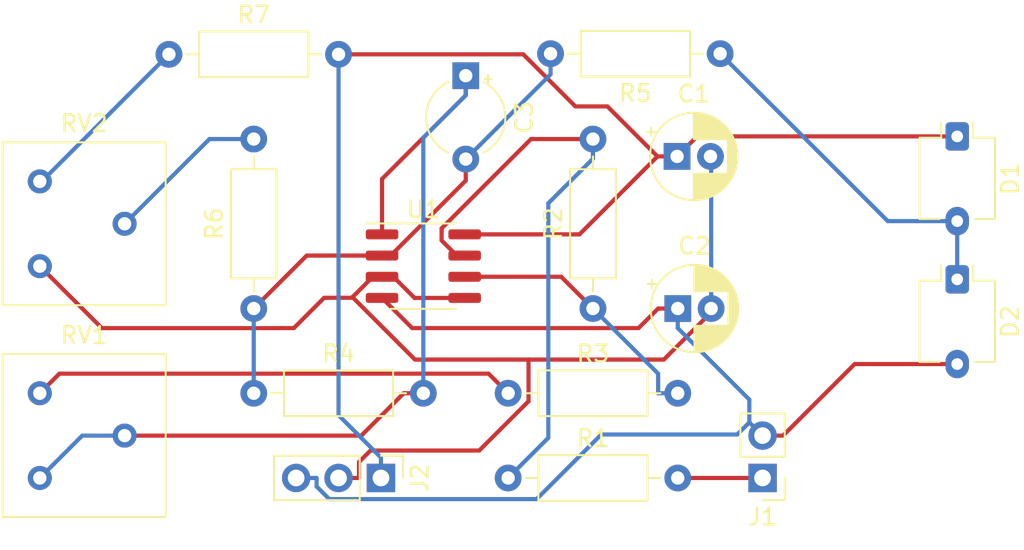
<source format=kicad_pcb>
(kicad_pcb (version 20211014) (generator pcbnew)
  (title_block (title "FringeLocker") (date "2023-02-10") (rev "0.1"))
  (layers (0 "F.Cu" signal) (31 "B.Cu" signal) (34 "B.Paste" user) (35 "F.Paste" user) (36 "B.SilkS" user "B.Silkscreen") (37 "F.SilkS" user "F.Silkscreen") (38 "B.Mask" user) (39 "F.Mask" user) (44 "Edge.Cuts" user))
  (net 0 "")
  (net 1 "Net-(R1-Pad1)")
  (net 2 "Net-(J1-Pad1)")
  (net 3 "Net-(R2-Pad1)")
  (net 4 "Net-(R3-Pad1)")
  (net 5 "Net-(C3-Pad2)")
  (net 6 "Net-(C3-Pad1)")
  (net 7 "Net-(R5-Pad1)")
  (net 8 "Net-(R6-Pad2)")
  (net 9 "Net-(R7-Pad1)")
  (net 10 "+15V")
  (net 11 "GND")
  (net 12 "-15V")
  (footprint "Connector_PinHeader_2.54mm:PinHeader_1x02_P2.54mm_Vertical" (layer "F.Cu") (at 167.64 121.92 180)
    (fp_text reference "J1" (at 0 -2.33 180) (layer "F.SilkS"))
    (fp_text value "OUT")
    (fp_line (start -1.33 1.27) (end 1.33 1.27) (layer "F.SilkS") (width 0.12))
    (fp_line (start 1.33 1.27) (end 1.33 3.87) (layer "F.SilkS") (width 0.12))
    (fp_line (start -1.33 3.87) (end 1.33 3.87) (layer "F.SilkS") (width 0.12))
    (fp_line (start -1.33 -1.33) (end 0 -1.33) (layer "F.SilkS") (width 0.12))
    (fp_line (start -1.33 0) (end -1.33 -1.33) (layer "F.SilkS") (width 0.12))
    (fp_line (start -1.33 1.27) (end -1.33 3.87) (layer "F.SilkS") (width 0.12))
    (pad "1" thru_hole rect (at 0 0 180) (size 1.7 1.7) (drill 1) (layers *.Cu *.Mask) (net 2 "Net-(J1-Pad1)"))
    (pad "2" thru_hole oval (at 0 2.54 180) (size 1.7 1.7) (drill 1) (layers *.Cu *.Mask) (net 12 "-15V"))
  )
  (footprint "Capacitor_THT:CP_Radial_D5.0mm_P2.00mm" (layer "F.Cu") (at 162.56 111.76)
    (fp_text reference "C2" (at 1 -3.75) (layer "F.SilkS"))
    (fp_text value "1uF")
    (fp_line (start 2.521 1.04) (end 2.521 2.095) (layer "F.SilkS") (width 0.12))
    (fp_line (start 1.52 -2.528) (end 1.52 -1.04) (layer "F.SilkS") (width 0.12))
    (fp_line (start 1.28 1.04) (end 1.28 2.565) (layer "F.SilkS") (width 0.12))
    (fp_line (start 2.521 -2.095) (end 2.521 -1.04) (layer "F.SilkS") (width 0.12))
    (fp_line (start 1.16 -2.576) (end 1.16 -1.04) (layer "F.SilkS") (width 0.12))
    (fp_line (start 2.361 -2.2) (end 2.361 -1.04) (layer "F.SilkS") (width 0.12))
    (fp_line (start 2.321 -2.224) (end 2.321 -1.04) (layer "F.SilkS") (width 0.12))
    (fp_line (start 1.56 -2.52) (end 1.56 -1.04) (layer "F.SilkS") (width 0.12))
    (fp_line (start 2.121 -2.329) (end 2.121 -1.04) (layer "F.SilkS") (width 0.12))
    (fp_line (start 1.64 -2.501) (end 1.64 -1.04) (layer "F.SilkS") (width 0.12))
    (fp_line (start 2.481 -2.122) (end 2.481 -1.04) (layer "F.SilkS") (width 0.12))
    (fp_line (start 2.961 1.04) (end 2.961 1.699) (layer "F.SilkS") (width 0.12))
    (fp_line (start 1.44 1.04) (end 1.44 2.543) (layer "F.SilkS") (width 0.12))
    (fp_line (start 1 -2.58) (end 1 -1.04) (layer "F.SilkS") (width 0.12))
    (fp_line (start 2.881 1.04) (end 2.881 1.785) (layer "F.SilkS") (width 0.12))
    (fp_line (start 2.201 -2.29) (end 2.201 -1.04) (layer "F.SilkS") (width 0.12))
    (fp_line (start 1.36 1.04) (end 1.36 2.556) (layer "F.SilkS") (width 0.12))
    (fp_line (start 1.801 -2.455) (end 1.801 -1.04) (layer "F.SilkS") (width 0.12))
    (fp_line (start 1.08 1.04) (end 1.08 2.579) (layer "F.SilkS") (width 0.12))
    (fp_line (start 1.68 1.04) (end 1.68 2.491) (layer "F.SilkS") (width 0.12))
    (fp_line (start 3.521 -0.677) (end 3.521 0.677) (layer "F.SilkS") (width 0.12))
    (fp_line (start 1.841 1.04) (end 1.841 2.442) (layer "F.SilkS") (width 0.12))
    (fp_line (start 1.2 -2.573) (end 1.2 -1.04) (layer "F.SilkS") (width 0.12))
    (fp_line (start 1.08 -2.579) (end 1.08 -1.04) (layer "F.SilkS") (width 0.12))
    (fp_line (start 1.48 1.04) (end 1.48 2.536) (layer "F.SilkS") (width 0.12))
    (fp_line (start 2.161 -2.31) (end 2.161 -1.04) (layer "F.SilkS") (width 0.12))
    (fp_line (start 1.4 1.04) (end 1.4 2.55) (layer "F.SilkS") (width 0.12))
    (fp_line (start 1 1.04) (end 1 2.58) (layer "F.SilkS") (width 0.12))
    (fp_line (start 1.761 -2.468) (end 1.761 -1.04) (layer "F.SilkS") (width 0.12))
    (fp_line (start 1.4 -2.55) (end 1.4 -1.04) (layer "F.SilkS") (width 0.12))
    (fp_line (start 2.681 1.04) (end 2.681 1.971) (layer "F.SilkS") (width 0.12))
    (fp_line (start 2.681 -1.971) (end 2.681 -1.04) (layer "F.SilkS") (width 0.12))
    (fp_line (start 2.441 1.04) (end 2.441 2.149) (layer "F.SilkS") (width 0.12))
    (fp_line (start 3.241 -1.319) (end 3.241 1.319) (layer "F.SilkS") (width 0.12))
    (fp_line (start 2.961 -1.699) (end 2.961 -1.04) (layer "F.SilkS") (width 0.12))
    (fp_line (start 2.081 1.04) (end 2.081 2.348) (layer "F.SilkS") (width 0.12))
    (fp_line (start -1.554775 -1.725) (end -1.554775 -1.225) (layer "F.SilkS") (width 0.12))
    (fp_line (start 1.16 1.04) (end 1.16 2.576) (layer "F.SilkS") (width 0.12))
    (fp_line (start 2.721 1.04) (end 2.721 1.937) (layer "F.SilkS") (width 0.12))
    (fp_line (start 1.921 -2.414) (end 1.921 -1.04) (layer "F.SilkS") (width 0.12))
    (fp_line (start 1.32 1.04) (end 1.32 2.561) (layer "F.SilkS") (width 0.12))
    (fp_line (start 2.281 1.04) (end 2.281 2.247) (layer "F.SilkS") (width 0.12))
    (fp_line (start 1.881 -2.428) (end 1.881 -1.04) (layer "F.SilkS") (width 0.12))
    (fp_line (start 2.241 -2.268) (end 2.241 -1.04) (layer "F.SilkS") (width 0.12))
    (fp_line (start 2.641 -2.004) (end 2.641 -1.04) (layer "F.SilkS") (width 0.12))
    (fp_line (start 1.04 -2.58) (end 1.04 -1.04) (layer "F.SilkS") (width 0.12))
    (fp_line (start 2.001 1.04) (end 2.001 2.382) (layer "F.SilkS") (width 0.12))
    (fp_line (start 2.001 -2.382) (end 2.001 -1.04) (layer "F.SilkS") (width 0.12))
    (fp_line (start 3.081 -1.554) (end 3.081 1.554) (layer "F.SilkS") (width 0.12))
    (fp_line (start 3.281 -1.251) (end 3.281 1.251) (layer "F.SilkS") (width 0.12))
    (fp_line (start 2.721 -1.937) (end 2.721 -1.04) (layer "F.SilkS") (width 0.12))
    (fp_line (start 1.961 -2.398) (end 1.961 -1.04) (layer "F.SilkS") (width 0.12))
    (fp_line (start 2.201 1.04) (end 2.201 2.29) (layer "F.SilkS") (width 0.12))
    (fp_line (start 1.24 1.04) (end 1.24 2.569) (layer "F.SilkS") (width 0.12))
    (fp_line (start 2.121 1.04) (end 2.121 2.329) (layer "F.SilkS") (width 0.12))
    (fp_line (start 2.281 -2.247) (end 2.281 -1.04) (layer "F.SilkS") (width 0.12))
    (fp_line (start 2.481 1.04) (end 2.481 2.122) (layer "F.SilkS") (width 0.12))
    (fp_line (start 2.241 1.04) (end 2.241 2.268) (layer "F.SilkS") (width 0.12))
    (fp_line (start 3.001 1.04) (end 3.001 1.653) (layer "F.SilkS") (width 0.12))
    (fp_line (start 2.601 1.04) (end 2.601 2.035) (layer "F.SilkS") (width 0.12))
    (fp_line (start 1.32 -2.561) (end 1.32 -1.04) (layer "F.SilkS") (width 0.12))
    (fp_line (start 2.401 -2.175) (end 2.401 -1.04) (layer "F.SilkS") (width 0.12))
    (fp_line (start 2.841 -1.826) (end 2.841 -1.04) (layer "F.SilkS") (width 0.12))
    (fp_line (start 2.041 -2.365) (end 2.041 -1.04) (layer "F.SilkS") (width 0.12))
    (fp_line (start 1.52 1.04) (end 1.52 2.528) (layer "F.SilkS") (width 0.12))
    (fp_line (start 2.761 1.04) (end 2.761 1.901) (layer "F.SilkS") (width 0.12))
    (fp_line (start 3.361 -1.098) (end 3.361 1.098) (layer "F.SilkS") (width 0.12))
    (fp_line (start 3.601 -0.284) (end 3.601 0.284) (layer "F.SilkS") (width 0.12))
    (fp_line (start 3.481 -0.805) (end 3.481 0.805) (layer "F.SilkS") (width 0.12))
    (fp_line (start 2.801 -1.864) (end 2.801 -1.04) (layer "F.SilkS") (width 0.12))
    (fp_line (start 1.04 1.04) (end 1.04 2.58) (layer "F.SilkS") (width 0.12))
    (fp_line (start 1.721 1.04) (end 1.721 2.48) (layer "F.SilkS") (width 0.12))
    (fp_line (start 1.721 -2.48) (end 1.721 -1.04) (layer "F.SilkS") (width 0.12))
    (fp_line (start 2.841 1.04) (end 2.841 1.826) (layer "F.SilkS") (width 0.12))
    (fp_line (start 3.121 -1.5) (end 3.121 1.5) (layer "F.SilkS") (width 0.12))
    (fp_line (start 1.961 1.04) (end 1.961 2.398) (layer "F.SilkS") (width 0.12))
    (fp_line (start 2.041 1.04) (end 2.041 2.365) (layer "F.SilkS") (width 0.12))
    (fp_line (start 1.6 1.04) (end 1.6 2.511) (layer "F.SilkS") (width 0.12))
    (fp_line (start 1.68 -2.491) (end 1.68 -1.04) (layer "F.SilkS") (width 0.12))
    (fp_line (start 3.201 -1.383) (end 3.201 1.383) (layer "F.SilkS") (width 0.12))
    (fp_line (start 2.881 -1.785) (end 2.881 -1.04) (layer "F.SilkS") (width 0.12))
    (fp_line (start 1.36 -2.556) (end 1.36 -1.04) (layer "F.SilkS") (width 0.12))
    (fp_line (start 2.601 -2.035) (end 2.601 -1.04) (layer "F.SilkS") (width 0.12))
    (fp_line (start 1.761 1.04) (end 1.761 2.468) (layer "F.SilkS") (width 0.12))
    (fp_line (start 3.561 -0.518) (end 3.561 0.518) (layer "F.SilkS") (width 0.12))
    (fp_line (start 1.921 1.04) (end 1.921 2.414) (layer "F.SilkS") (width 0.12))
    (fp_line (start 1.12 -2.578) (end 1.12 -1.04) (layer "F.SilkS") (width 0.12))
    (fp_line (start 1.801 1.04) (end 1.801 2.455) (layer "F.SilkS") (width 0.12))
    (fp_line (start 3.041 -1.605) (end 3.041 1.605) (layer "F.SilkS") (width 0.12))
    (fp_line (start 2.441 -2.149) (end 2.441 -1.04) (layer "F.SilkS") (width 0.12))
    (fp_line (start 2.561 -2.065) (end 2.561 -1.04) (layer "F.SilkS") (width 0.12))
    (fp_line (start 1.28 -2.565) (end 1.28 -1.04) (layer "F.SilkS") (width 0.12))
    (fp_line (start 2.321 1.04) (end 2.321 2.224) (layer "F.SilkS") (width 0.12))
    (fp_line (start -1.804775 -1.475) (end -1.304775 -1.475) (layer "F.SilkS") (width 0.12))
    (fp_line (start 3.401 -1.011) (end 3.401 1.011) (layer "F.SilkS") (width 0.12))
    (fp_line (start 1.12 1.04) (end 1.12 2.578) (layer "F.SilkS") (width 0.12))
    (fp_line (start 2.761 -1.901) (end 2.761 -1.04) (layer "F.SilkS") (width 0.12))
    (fp_line (start 1.56 1.04) (end 1.56 2.52) (layer "F.SilkS") (width 0.12))
    (fp_line (start 1.841 -2.442) (end 1.841 -1.04) (layer "F.SilkS") (width 0.12))
    (fp_line (start 1.48 -2.536) (end 1.48 -1.04) (layer "F.SilkS") (width 0.12))
    (fp_line (start 2.921 -1.743) (end 2.921 -1.04) (layer "F.SilkS") (width 0.12))
    (fp_line (start 2.561 1.04) (end 2.561 2.065) (layer "F.SilkS") (width 0.12))
    (fp_line (start 2.161 1.04) (end 2.161 2.31) (layer "F.SilkS") (width 0.12))
    (fp_line (start 2.801 1.04) (end 2.801 1.864) (layer "F.SilkS") (width 0.12))
    (fp_line (start 1.6 -2.511) (end 1.6 -1.04) (layer "F.SilkS") (width 0.12))
    (fp_line (start 3.441 -0.915) (end 3.441 0.915) (layer "F.SilkS") (width 0.12))
    (fp_line (start 1.2 1.04) (end 1.2 2.573) (layer "F.SilkS") (width 0.12))
    (fp_line (start 2.361 1.04) (end 2.361 2.2) (layer "F.SilkS") (width 0.12))
    (fp_line (start 2.401 1.04) (end 2.401 2.175) (layer "F.SilkS") (width 0.12))
    (fp_line (start 3.001 -1.653) (end 3.001 -1.04) (layer "F.SilkS") (width 0.12))
    (fp_line (start 2.641 1.04) (end 2.641 2.004) (layer "F.SilkS") (width 0.12))
    (fp_line (start 1.44 -2.543) (end 1.44 -1.04) (layer "F.SilkS") (width 0.12))
    (fp_line (start 2.921 1.04) (end 2.921 1.743) (layer "F.SilkS") (width 0.12))
    (fp_line (start 3.161 -1.443) (end 3.161 1.443) (layer "F.SilkS") (width 0.12))
    (fp_line (start 2.081 -2.348) (end 2.081 -1.04) (layer "F.SilkS") (width 0.12))
    (fp_line (start 1.881 1.04) (end 1.881 2.428) (layer "F.SilkS") (width 0.12))
    (fp_line (start 3.321 -1.178) (end 3.321 1.178) (layer "F.SilkS") (width 0.12))
    (fp_line (start 1.24 -2.569) (end 1.24 -1.04) (layer "F.SilkS") (width 0.12))
    (fp_line (start 1.64 1.04) (end 1.64 2.501) (layer "F.SilkS") (width 0.12))
    (fp_circle (center 1 0) (end 3.62 0) (layer "F.SilkS") (width 0.12) (fill none))
    (pad "1" thru_hole rect (at 0 0) (size 1.6 1.6) (drill 0.8) (layers *.Cu *.Mask) (net 12 "-15V"))
    (pad "2" thru_hole circle (at 2 0) (size 1.6 1.6) (drill 0.8) (layers *.Cu *.Mask) (net 11 "GND"))
  )
  (footprint "OptoDevice:Osram_DIL2_4.3x4.65mm_P5.08mm" (layer "F.Cu") (at 179.3 110.01 -90)
    (fp_text reference "D2" (at 2.54 -3.17 90) (layer "F.SilkS"))
    (fp_text value "BPW34")
    (fp_line (start 0.08 -2.26) (end 0.08 -0.96) (layer "F.SilkS") (width 0.12))
    (fp_line (start 0.08 0.96) (end 0.08 2.26) (layer "F.SilkS") (width 0.12))
    (fp_line (start 0.08 0.96) (end -0.84 0.96) (layer "F.SilkS") (width 0.12))
    (fp_line (start 0.08 -0.96) (end -0.84 -0.96) (layer "F.SilkS") (width 0.12))
    (fp_line (start 4.95 1.06) (end 4.95 2.26) (layer "F.SilkS") (width 0.12))
    (fp_line (start 0.08 -2.26) (end 4.95 -2.26) (layer "F.SilkS") (width 0.12))
    (fp_line (start 4.95 2.26) (end 0.08 2.26) (layer "F.SilkS") (width 0.12))
    (fp_line (start 4.95 -2.26) (end 4.95 -1.06) (layer "F.SilkS") (width 0.12))
    (pad "1" thru_hole roundrect (at 0 0 270) (size 1.7 1.4) (drill 0.7) (layers *.Cu *.Mask) (roundrect_rratio 0.178) (net 7 "Net-(R5-Pad1)"))
    (pad "2" thru_hole oval (at 5.08 0 270) (size 1.7 1.4) (drill 0.7) (layers *.Cu *.Mask) (net 12 "-15V"))
  )
  (footprint "Resistor_THT:R_Axial_DIN0207_L6.3mm_D2.5mm_P10.16mm_Horizontal" (layer "F.Cu") (at 165.1 96.48 180)
    (fp_text reference "R5" (at 5.08 -2.37) (layer "F.SilkS"))
    (fp_text value "10K")
    (fp_line (start 8.35 1.37) (end 8.35 -1.37) (layer "F.SilkS") (width 0.12))
    (fp_line (start 1.81 -1.37) (end 1.81 1.37) (layer "F.SilkS") (width 0.12))
    (fp_line (start 8.35 -1.37) (end 1.81 -1.37) (layer "F.SilkS") (width 0.12))
    (fp_line (start 1.04 0) (end 1.81 0) (layer "F.SilkS") (width 0.12))
    (fp_line (start 1.81 1.37) (end 8.35 1.37) (layer "F.SilkS") (width 0.12))
    (fp_line (start 9.12 0) (end 8.35 0) (layer "F.SilkS") (width 0.12))
    (pad "1" thru_hole circle (at 0 0 180) (size 1.6 1.6) (drill 0.8) (layers *.Cu *.Mask) (net 7 "Net-(R5-Pad1)"))
    (pad "2" thru_hole oval (at 10.16 0 180) (size 1.6 1.6) (drill 0.8) (layers *.Cu *.Mask) (net 5 "Net-(C3-Pad2)"))
  )
  (footprint "OptoDevice:Osram_DIL2_4.3x4.65mm_P5.08mm" (layer "F.Cu") (at 179.3 101.44 -90)
    (fp_text reference "D1" (at 2.54 -3.17 90) (layer "F.SilkS"))
    (fp_text value "BPW34")
    (fp_line (start 0.08 0.96) (end -0.84 0.96) (layer "F.SilkS") (width 0.12))
    (fp_line (start 0.08 -2.26) (end 0.08 -0.96) (layer "F.SilkS") (width 0.12))
    (fp_line (start 4.95 -2.26) (end 4.95 -1.06) (layer "F.SilkS") (width 0.12))
    (fp_line (start 4.95 2.26) (end 0.08 2.26) (layer "F.SilkS") (width 0.12))
    (fp_line (start 0.08 -2.26) (end 4.95 -2.26) (layer "F.SilkS") (width 0.12))
    (fp_line (start 0.08 -0.96) (end -0.84 -0.96) (layer "F.SilkS") (width 0.12))
    (fp_line (start 4.95 1.06) (end 4.95 2.26) (layer "F.SilkS") (width 0.12))
    (fp_line (start 0.08 0.96) (end 0.08 2.26) (layer "F.SilkS") (width 0.12))
    (pad "1" thru_hole roundrect (at 0 0 270) (size 1.7 1.4) (drill 0.7) (layers *.Cu *.Mask) (roundrect_rratio 0.178) (net 10 "+15V"))
    (pad "2" thru_hole oval (at 5.08 0 270) (size 1.7 1.4) (drill 0.7) (layers *.Cu *.Mask) (net 7 "Net-(R5-Pad1)"))
  )
  (footprint "Resistor_THT:R_Axial_DIN0207_L6.3mm_D2.5mm_P10.16mm_Horizontal" (layer "F.Cu") (at 152.4 121.92)
    (fp_text reference "R1" (at 5.08 -2.37) (layer "F.SilkS"))
    (fp_text value "100")
    (fp_line (start 1.04 0) (end 1.81 0) (layer "F.SilkS") (width 0.12))
    (fp_line (start 1.81 -1.37) (end 1.81 1.37) (layer "F.SilkS") (width 0.12))
    (fp_line (start 9.12 0) (end 8.35 0) (layer "F.SilkS") (width 0.12))
    (fp_line (start 1.81 1.37) (end 8.35 1.37) (layer "F.SilkS") (width 0.12))
    (fp_line (start 8.35 1.37) (end 8.35 -1.37) (layer "F.SilkS") (width 0.12))
    (fp_line (start 8.35 -1.37) (end 1.81 -1.37) (layer "F.SilkS") (width 0.12))
    (pad "1" thru_hole circle (at 0 0) (size 1.6 1.6) (drill 0.8) (layers *.Cu *.Mask) (net 1 "Net-(R1-Pad1)"))
    (pad "2" thru_hole oval (at 10.16 0) (size 1.6 1.6) (drill 0.8) (layers *.Cu *.Mask) (net 2 "Net-(J1-Pad1)"))
  )
  (footprint "Potentiometer_THT:Potentiometer_Bourns_3386F_Vertical" (layer "F.Cu") (at 124.345 121.92)
    (fp_text reference "RV1" (at 2.655 -8.555) (layer "F.SilkS"))
    (fp_text value "10K")
    (fp_line (start 7.54 -7.425) (end 7.54 2.345) (layer "F.SilkS") (width 0.12))
    (fp_line (start -2.23 2.345) (end 7.54 2.345) (layer "F.SilkS") (width 0.12))
    (fp_line (start -2.23 -7.425) (end -2.23 2.345) (layer "F.SilkS") (width 0.12))
    (fp_line (start -2.23 -7.425) (end 7.54 -7.425) (layer "F.SilkS") (width 0.12))
    (pad "1" thru_hole circle (at 0 0) (size 1.44 1.44) (drill 0.8) (layers *.Cu *.Mask) (net 6 "Net-(C3-Pad1)"))
    (pad "2" thru_hole circle (at 5.08 -2.54) (size 1.44 1.44) (drill 0.8) (layers *.Cu *.Mask) (net 6 "Net-(C3-Pad1)"))
    (pad "3" thru_hole circle (at 0 -5.08) (size 1.44 1.44) (drill 0.8) (layers *.Cu *.Mask) (net 4 "Net-(R3-Pad1)"))
  )
  (footprint "Resistor_THT:R_Axial_DIN0207_L6.3mm_D2.5mm_P10.16mm_Horizontal" (layer "F.Cu") (at 157.48 111.76 90)
    (fp_text reference "R2" (at 5.08 -2.37 90) (layer "F.SilkS"))
    (fp_text value "22K")
    (fp_line (start 8.35 -1.37) (end 1.81 -1.37) (layer "F.SilkS") (width 0.12))
    (fp_line (start 1.81 1.37) (end 8.35 1.37) (layer "F.SilkS") (width 0.12))
    (fp_line (start 8.35 1.37) (end 8.35 -1.37) (layer "F.SilkS") (width 0.12))
    (fp_line (start 1.81 -1.37) (end 1.81 1.37) (layer "F.SilkS") (width 0.12))
    (fp_line (start 1.04 0) (end 1.81 0) (layer "F.SilkS") (width 0.12))
    (fp_line (start 9.12 0) (end 8.35 0) (layer "F.SilkS") (width 0.12))
    (pad "1" thru_hole circle (at 0 0 90) (size 1.6 1.6) (drill 0.8) (layers *.Cu *.Mask) (net 3 "Net-(R2-Pad1)"))
    (pad "2" thru_hole oval (at 10.16 0 90) (size 1.6 1.6) (drill 0.8) (layers *.Cu *.Mask) (net 1 "Net-(R1-Pad1)"))
  )
  (footprint "Resistor_THT:R_Axial_DIN0207_L6.3mm_D2.5mm_P10.16mm_Horizontal" (layer "F.Cu") (at 152.4 116.84)
    (fp_text reference "R3" (at 5.08 -2.37) (layer "F.SilkS"))
    (fp_text value "1K")
    (fp_line (start 1.04 0) (end 1.81 0) (layer "F.SilkS") (width 0.12))
    (fp_line (start 8.35 1.37) (end 8.35 -1.37) (layer "F.SilkS") (width 0.12))
    (fp_line (start 9.12 0) (end 8.35 0) (layer "F.SilkS") (width 0.12))
    (fp_line (start 8.35 -1.37) (end 1.81 -1.37) (layer "F.SilkS") (width 0.12))
    (fp_line (start 1.81 1.37) (end 8.35 1.37) (layer "F.SilkS") (width 0.12))
    (fp_line (start 1.81 -1.37) (end 1.81 1.37) (layer "F.SilkS") (width 0.12))
    (pad "1" thru_hole circle (at 0 0) (size 1.6 1.6) (drill 0.8) (layers *.Cu *.Mask) (net 4 "Net-(R3-Pad1)"))
    (pad "2" thru_hole oval (at 10.16 0) (size 1.6 1.6) (drill 0.8) (layers *.Cu *.Mask) (net 3 "Net-(R2-Pad1)"))
  )
  (footprint "Package_SO:SOIC-8_3.9x4.9mm_P1.27mm" (layer "F.Cu") (at 147.32 109.22)
    (fp_text reference "U1" (at 0 -3.4) (layer "F.SilkS"))
    (fp_text value "TL072")
    (fp_line (start 0 -2.56) (end 1.95 -2.56) (layer "F.SilkS") (width 0.12))
    (fp_line (start 0 -2.56) (end -3.45 -2.56) (layer "F.SilkS") (width 0.12))
    (fp_line (start 0 2.56) (end 1.95 2.56) (layer "F.SilkS") (width 0.12))
    (fp_line (start 0 2.56) (end -1.95 2.56) (layer "F.SilkS") (width 0.12))
    (pad "1" smd roundrect (at -2.475 -1.905) (size 1.95 0.6) (layers "F.Cu" "F.Paste" "F.Mask") (net 6 "Net-(C3-Pad1)"))
    (pad "2" smd roundrect (at -2.475 -0.635) (size 1.95 0.6) (layers "F.Cu" "F.Paste" "F.Mask") (net 5 "Net-(C3-Pad2)"))
    (pad "3" smd roundrect (at -2.475 0.635) (size 1.95 0.6) (layers "F.Cu" "F.Paste" "F.Mask") (net 11 "GND"))
    (pad "4" smd roundrect (at -2.475 1.905) (size 1.95 0.6) (layers "F.Cu" "F.Paste" "F.Mask") (net 12 "-15V"))
    (pad "5" smd roundrect (at 2.475 1.905) (size 1.95 0.6) (layers "F.Cu" "F.Paste" "F.Mask") (net 11 "GND"))
    (pad "6" smd roundrect (at 2.475 0.635) (size 1.95 0.6) (layers "F.Cu" "F.Paste" "F.Mask") (net 3 "Net-(R2-Pad1)"))
    (pad "7" smd roundrect (at 2.475 -0.635) (size 1.95 0.6) (layers "F.Cu" "F.Paste" "F.Mask") (net 1 "Net-(R1-Pad1)"))
    (pad "8" smd roundrect (at 2.475 -1.905) (size 1.95 0.6) (layers "F.Cu" "F.Paste" "F.Mask") (net 10 "+15V"))
  )
  (footprint "Resistor_THT:R_Axial_DIN0207_L6.3mm_D2.5mm_P10.16mm_Horizontal" (layer "F.Cu") (at 137.16 116.84)
    (fp_text reference "R4" (at 5.08 -2.37) (layer "F.SilkS"))
    (fp_text value "100K")
    (fp_line (start 9.12 0) (end 8.35 0) (layer "F.SilkS") (width 0.12))
    (fp_line (start 1.81 1.37) (end 8.35 1.37) (layer "F.SilkS") (width 0.12))
    (fp_line (start 1.81 -1.37) (end 1.81 1.37) (layer "F.SilkS") (width 0.12))
    (fp_line (start 8.35 1.37) (end 8.35 -1.37) (layer "F.SilkS") (width 0.12))
    (fp_line (start 8.35 -1.37) (end 1.81 -1.37) (layer "F.SilkS") (width 0.12))
    (fp_line (start 1.04 0) (end 1.81 0) (layer "F.SilkS") (width 0.12))
    (pad "1" thru_hole circle (at 0 0) (size 1.6 1.6) (drill 0.8) (layers *.Cu *.Mask) (net 5 "Net-(C3-Pad2)"))
    (pad "2" thru_hole oval (at 10.16 0) (size 1.6 1.6) (drill 0.8) (layers *.Cu *.Mask) (net 6 "Net-(C3-Pad1)"))
  )
  (footprint "Connector_PinHeader_2.54mm:PinHeader_1x03_P2.54mm_Vertical" (layer "F.Cu") (at 144.78 121.92 -90)
    (fp_text reference "J2" (at 0 -2.33 90) (layer "F.SilkS"))
    (fp_text value "PWR")
    (fp_line (start -1.33 0) (end -1.33 -1.33) (layer "F.SilkS") (width 0.12))
    (fp_line (start -1.33 1.27) (end 1.33 1.27) (layer "F.SilkS") (width 0.12))
    (fp_line (start -1.33 1.27) (end -1.33 6.41) (layer "F.SilkS") (width 0.12))
    (fp_line (start -1.33 6.41) (end 1.33 6.41) (layer "F.SilkS") (width 0.12))
    (fp_line (start 1.33 1.27) (end 1.33 6.41) (layer "F.SilkS") (width 0.12))
    (fp_line (start -1.33 -1.33) (end 0 -1.33) (layer "F.SilkS") (width 0.12))
    (pad "1" thru_hole rect (at 0 0 270) (size 1.7 1.7) (drill 1) (layers *.Cu *.Mask) (net 10 "+15V"))
    (pad "2" thru_hole oval (at 0 2.54 270) (size 1.7 1.7) (drill 1) (layers *.Cu *.Mask) (net 11 "GND"))
    (pad "3" thru_hole oval (at 0 5.08 270) (size 1.7 1.7) (drill 1) (layers *.Cu *.Mask) (net 12 "-15V"))
  )
  (footprint "Capacitor_THT:CP_Radial_D5.0mm_P2.00mm" (layer "F.Cu") (at 162.52 102.64)
    (fp_text reference "C1" (at 1 -3.75) (layer "F.SilkS"))
    (fp_text value "1uF")
    (fp_line (start 2.521 1.04) (end 2.521 2.095) (layer "F.SilkS") (width 0.12))
    (fp_line (start 2.641 -2.004) (end 2.641 -1.04) (layer "F.SilkS") (width 0.12))
    (fp_line (start 1.44 1.04) (end 1.44 2.543) (layer "F.SilkS") (width 0.12))
    (fp_line (start 2.161 -2.31) (end 2.161 -1.04) (layer "F.SilkS") (width 0.12))
    (fp_line (start 1.48 -2.536) (end 1.48 -1.04) (layer "F.SilkS") (width 0.12))
    (fp_line (start 1.08 1.04) (end 1.08 2.579) (layer "F.SilkS") (width 0.12))
    (fp_line (start 1.921 1.04) (end 1.921 2.414) (layer "F.SilkS") (width 0.12))
    (fp_line (start 3.481 -0.805) (end 3.481 0.805) (layer "F.SilkS") (width 0.12))
    (fp_line (start 2.601 -2.035) (end 2.601 -1.04) (layer "F.SilkS") (width 0.12))
    (fp_line (start 2.201 1.04) (end 2.201 2.29) (layer "F.SilkS") (width 0.12))
    (fp_line (start 3.121 -1.5) (end 3.121 1.5) (layer "F.SilkS") (width 0.12))
    (fp_line (start 1.721 1.04) (end 1.721 2.48) (layer "F.SilkS") (width 0.12))
    (fp_line (start 2.361 1.04) (end 2.361 2.2) (layer "F.SilkS") (width 0.12))
    (fp_line (start 1.6 -2.511) (end 1.6 -1.04) (layer "F.SilkS") (width 0.12))
    (fp_line (start 1.28 1.04) (end 1.28 2.565) (layer "F.SilkS") (width 0.12))
    (fp_line (start 2.881 1.04) (end 2.881 1.785) (layer "F.SilkS") (width 0.12))
    (fp_line (start 1.56 -2.52) (end 1.56 -1.04) (layer "F.SilkS") (width 0.12))
    (fp_line (start 1.841 -2.442) (end 1.841 -1.04) (layer "F.SilkS") (width 0.12))
    (fp_line (start 1.961 -2.398) (end 1.961 -1.04) (layer "F.SilkS") (width 0.12))
    (fp_line (start -1.804775 -1.475) (end -1.304775 -1.475) (layer "F.SilkS") (width 0.12))
    (fp_line (start 3.281 -1.251) (end 3.281 1.251) (layer "F.SilkS") (width 0.12))
    (fp_line (start 2.761 -1.901) (end 2.761 -1.04) (layer "F.SilkS") (width 0.12))
    (fp_line (start 2.081 -2.348) (end 2.081 -1.04) (layer "F.SilkS") (width 0.12))
    (fp_line (start 2.001 1.04) (end 2.001 2.382) (layer "F.SilkS") (width 0.12))
    (fp_line (start 1.2 1.04) (end 1.2 2.573) (layer "F.SilkS") (width 0.12))
    (fp_line (start 3.521 -0.677) (end 3.521 0.677) (layer "F.SilkS") (width 0.12))
    (fp_line (start 3.201 -1.383) (end 3.201 1.383) (layer "F.SilkS") (width 0.12))
    (fp_line (start 2.001 -2.382) (end 2.001 -1.04) (layer "F.SilkS") (width 0.12))
    (fp_line (start 3.441 -0.915) (end 3.441 0.915) (layer "F.SilkS") (width 0.12))
    (fp_line (start 1.24 1.04) (end 1.24 2.569) (layer "F.SilkS") (width 0.12))
    (fp_line (start 2.081 1.04) (end 2.081 2.348) (layer "F.SilkS") (width 0.12))
    (fp_line (start 2.921 1.04) (end 2.921 1.743) (layer "F.SilkS") (width 0.12))
    (fp_line (start 1.52 -2.528) (end 1.52 -1.04) (layer "F.SilkS") (width 0.12))
    (fp_line (start 2.961 -1.699) (end 2.961 -1.04) (layer "F.SilkS") (width 0.12))
    (fp_line (start 2.121 -2.329) (end 2.121 -1.04) (layer "F.SilkS") (width 0.12))
    (fp_line (start -1.554775 -1.725) (end -1.554775 -1.225) (layer "F.SilkS") (width 0.12))
    (fp_line (start 1.12 -2.578) (end 1.12 -1.04) (layer "F.SilkS") (width 0.12))
    (fp_line (start 2.881 -1.785) (end 2.881 -1.04) (layer "F.SilkS") (width 0.12))
    (fp_line (start 3.001 1.04) (end 3.001 1.653) (layer "F.SilkS") (width 0.12))
    (fp_line (start 2.321 -2.224) (end 2.321 -1.04) (layer "F.SilkS") (width 0.12))
    (fp_line (start 1.52 1.04) (end 1.52 2.528) (layer "F.SilkS") (width 0.12))
    (fp_line (start 1.24 -2.569) (end 1.24 -1.04) (layer "F.SilkS") (width 0.12))
    (fp_line (start 1.961 1.04) (end 1.961 2.398) (layer "F.SilkS") (width 0.12))
    (fp_line (start 1.04 -2.58) (end 1.04 -1.04) (layer "F.SilkS") (width 0.12))
    (fp_line (start 2.441 -2.149) (end 2.441 -1.04) (layer "F.SilkS") (width 0.12))
    (fp_line (start 2.721 -1.937) (end 2.721 -1.04) (layer "F.SilkS") (width 0.12))
    (fp_line (start 1.2 -2.573) (end 1.2 -1.04) (layer "F.SilkS") (width 0.12))
    (fp_line (start 2.401 -2.175) (end 2.401 -1.04) (layer "F.SilkS") (width 0.12))
    (fp_line (start 1.841 1.04) (end 1.841 2.442) (layer "F.SilkS") (width 0.12))
    (fp_line (start 2.561 1.04) (end 2.561 2.065) (layer "F.SilkS") (width 0.12))
    (fp_line (start 2.201 -2.29) (end 2.201 -1.04) (layer "F.SilkS") (width 0.12))
    (fp_line (start 1.08 -2.579) (end 1.08 -1.04) (layer "F.SilkS") (width 0.12))
    (fp_line (start 1.881 1.04) (end 1.881 2.428) (layer "F.SilkS") (width 0.12))
    (fp_line (start 1 1.04) (end 1 2.58) (layer "F.SilkS") (width 0.12))
    (fp_line (start 1.48 1.04) (end 1.48 2.536) (layer "F.SilkS") (width 0.12))
    (fp_line (start 3.401 -1.011) (end 3.401 1.011) (layer "F.SilkS") (width 0.12))
    (fp_line (start 2.481 1.04) (end 2.481 2.122) (layer "F.SilkS") (width 0.12))
    (fp_line (start 3.321 -1.178) (end 3.321 1.178) (layer "F.SilkS") (width 0.12))
    (fp_line (start 1.64 -2.501) (end 1.64 -1.04) (layer "F.SilkS") (width 0.12))
    (fp_line (start 1.721 -2.48) (end 1.721 -1.04) (layer "F.SilkS") (width 0.12))
    (fp_line (start 2.561 -2.065) (end 2.561 -1.04) (layer "F.SilkS") (width 0.12))
    (fp_line (start 2.681 1.04) (end 2.681 1.971) (layer "F.SilkS") (width 0.12))
    (fp_line (start 1.801 -2.455) (end 1.801 -1.04) (layer "F.SilkS") (width 0.12))
    (fp_line (start 2.801 1.04) (end 2.801 1.864) (layer "F.SilkS") (width 0.12))
    (fp_line (start 2.841 1.04) (end 2.841 1.826) (layer "F.SilkS") (width 0.12))
    (fp_line (start 1.4 -2.55) (end 1.4 -1.04) (layer "F.SilkS") (width 0.12))
    (fp_line (start 1.44 -2.543) (end 1.44 -1.04) (layer "F.SilkS") (width 0.12))
    (fp_line (start 2.281 -2.247) (end 2.281 -1.04) (layer "F.SilkS") (width 0.12))
    (fp_line (start 1.16 -2.576) (end 1.16 -1.04) (layer "F.SilkS") (width 0.12))
    (fp_line (start 1.04 1.04) (end 1.04 2.58) (layer "F.SilkS") (width 0.12))
    (fp_line (start 3.561 -0.518) (end 3.561 0.518) (layer "F.SilkS") (width 0.12))
    (fp_line (start 2.441 1.04) (end 2.441 2.149) (layer "F.SilkS") (width 0.12))
    (fp_line (start 1 -2.58) (end 1 -1.04) (layer "F.SilkS") (width 0.12))
    (fp_line (start 2.041 -2.365) (end 2.041 -1.04) (layer "F.SilkS") (width 0.12))
    (fp_line (start 1.881 -2.428) (end 1.881 -1.04) (layer "F.SilkS") (width 0.12))
    (fp_line (start 1.801 1.04) (end 1.801 2.455) (layer "F.SilkS") (width 0.12))
    (fp_line (start 1.6 1.04) (end 1.6 2.511) (layer "F.SilkS") (width 0.12))
    (fp_line (start 2.161 1.04) (end 2.161 2.31) (layer "F.SilkS") (width 0.12))
    (fp_line (start 2.241 -2.268) (end 2.241 -1.04) (layer "F.SilkS") (width 0.12))
    (fp_line (start 1.32 1.04) (end 1.32 2.561) (layer "F.SilkS") (width 0.12))
    (fp_line (start 3.361 -1.098) (end 3.361 1.098) (layer "F.SilkS") (width 0.12))
    (fp_line (start 1.36 1.04) (end 1.36 2.556) (layer "F.SilkS") (width 0.12))
    (fp_line (start 2.361 -2.2) (end 2.361 -1.04) (layer "F.SilkS") (width 0.12))
    (fp_line (start 1.4 1.04) (end 1.4 2.55) (layer "F.SilkS") (width 0.12))
    (fp_line (start 2.481 -2.122) (end 2.481 -1.04) (layer "F.SilkS") (width 0.12))
    (fp_line (start 3.241 -1.319) (end 3.241 1.319) (layer "F.SilkS") (width 0.12))
    (fp_line (start 2.761 1.04) (end 2.761 1.901) (layer "F.SilkS") (width 0.12))
    (fp_line (start 2.681 -1.971) (end 2.681 -1.04) (layer "F.SilkS") (width 0.12))
    (fp_line (start 3.001 -1.653) (end 3.001 -1.04) (layer "F.SilkS") (width 0.12))
    (fp_line (start 2.801 -1.864) (end 2.801 -1.04) (layer "F.SilkS") (width 0.12))
    (fp_line (start 1.32 -2.561) (end 1.32 -1.04) (layer "F.SilkS") (width 0.12))
    (fp_line (start 1.64 1.04) (end 1.64 2.501) (layer "F.SilkS") (width 0.12))
    (fp_line (start 1.921 -2.414) (end 1.921 -1.04) (layer "F.SilkS") (width 0.12))
    (fp_line (start 1.761 1.04) (end 1.761 2.468) (layer "F.SilkS") (width 0.12))
    (fp_line (start 1.16 1.04) (end 1.16 2.576) (layer "F.SilkS") (width 0.12))
    (fp_line (start 3.041 -1.605) (end 3.041 1.605) (layer "F.SilkS") (width 0.12))
    (fp_line (start 1.28 -2.565) (end 1.28 -1.04) (layer "F.SilkS") (width 0.12))
    (fp_line (start 2.401 1.04) (end 2.401 2.175) (layer "F.SilkS") (width 0.12))
    (fp_line (start 1.761 -2.468) (end 1.761 -1.04) (layer "F.SilkS") (width 0.12))
    (fp_line (start 2.961 1.04) (end 2.961 1.699) (layer "F.SilkS") (width 0.12))
    (fp_line (start 1.68 -2.491) (end 1.68 -1.04) (layer "F.SilkS") (width 0.12))
    (fp_line (start 2.921 -1.743) (end 2.921 -1.04) (layer "F.SilkS") (width 0.12))
    (fp_line (start 1.36 -2.556) (end 1.36 -1.04) (layer "F.SilkS") (width 0.12))
    (fp_line (start 3.601 -0.284) (end 3.601 0.284) (layer "F.SilkS") (width 0.12))
    (fp_line (start 2.721 1.04) (end 2.721 1.937) (layer "F.SilkS") (width 0.12))
    (fp_line (start 1.68 1.04) (end 1.68 2.491) (layer "F.SilkS") (width 0.12))
    (fp_line (start 2.641 1.04) (end 2.641 2.004) (layer "F.SilkS") (width 0.12))
    (fp_line (start 2.241 1.04) (end 2.241 2.268) (layer "F.SilkS") (width 0.12))
    (fp_line (start 2.321 1.04) (end 2.321 2.224) (layer "F.SilkS") (width 0.12))
    (fp_line (start 3.161 -1.443) (end 3.161 1.443) (layer "F.SilkS") (width 0.12))
    (fp_line (start 2.601 1.04) (end 2.601 2.035) (layer "F.SilkS") (width 0.12))
    (fp_line (start 2.121 1.04) (end 2.121 2.329) (layer "F.SilkS") (width 0.12))
    (fp_line (start 1.56 1.04) (end 1.56 2.52) (layer "F.SilkS") (width 0.12))
    (fp_line (start 2.841 -1.826) (end 2.841 -1.04) (layer "F.SilkS") (width 0.12))
    (fp_line (start 1.12 1.04) (end 1.12 2.578) (layer "F.SilkS") (width 0.12))
    (fp_line (start 2.521 -2.095) (end 2.521 -1.04) (layer "F.SilkS") (width 0.12))
    (fp_line (start 3.081 -1.554) (end 3.081 1.554) (layer "F.SilkS") (width 0.12))
    (fp_line (start 2.281 1.04) (end 2.281 2.247) (layer "F.SilkS") (width 0.12))
    (fp_line (start 2.041 1.04) (end 2.041 2.365) (layer "F.SilkS") (width 0.12))
    (fp_circle (center 1 0) (end 3.62 0) (layer "F.SilkS") (width 0.12) (fill none))
    (pad "1" thru_hole rect (at 0 0) (size 1.6 1.6) (drill 0.8) (layers *.Cu *.Mask) (net 10 "+15V"))
    (pad "2" thru_hole circle (at 2 0) (size 1.6 1.6) (drill 0.8) (layers *.Cu *.Mask) (net 11 "GND"))
  )
  (footprint "Resistor_THT:R_Axial_DIN0207_L6.3mm_D2.5mm_P10.16mm_Horizontal" (layer "F.Cu") (at 137.16 111.76 90)
    (fp_text reference "R6" (at 5.08 -2.37 90) (layer "F.SilkS"))
    (fp_text value "10K")
    (fp_line (start 1.81 -1.37) (end 1.81 1.37) (layer "F.SilkS") (width 0.12))
    (fp_line (start 8.35 -1.37) (end 1.81 -1.37) (layer "F.SilkS") (width 0.12))
    (fp_line (start 1.81 1.37) (end 8.35 1.37) (layer "F.SilkS") (width 0.12))
    (fp_line (start 1.04 0) (end 1.81 0) (layer "F.SilkS") (width 0.12))
    (fp_line (start 9.12 0) (end 8.35 0) (layer "F.SilkS") (width 0.12))
    (fp_line (start 8.35 1.37) (end 8.35 -1.37) (layer "F.SilkS") (width 0.12))
    (pad "1" thru_hole circle (at 0 0 90) (size 1.6 1.6) (drill 0.8) (layers *.Cu *.Mask) (net 5 "Net-(C3-Pad2)"))
    (pad "2" thru_hole oval (at 10.16 0 90) (size 1.6 1.6) (drill 0.8) (layers *.Cu *.Mask) (net 8 "Net-(R6-Pad2)"))
  )
  (footprint "Potentiometer_THT:Potentiometer_Bourns_3386F_Vertical" (layer "F.Cu") (at 124.345 109.22)
    (fp_text reference "RV2" (at 2.655 -8.555) (layer "F.SilkS"))
    (fp_text value "10K")
    (fp_line (start -2.23 -7.425) (end 7.54 -7.425) (layer "F.SilkS") (width 0.12))
    (fp_line (start -2.23 2.345) (end 7.54 2.345) (layer "F.SilkS") (width 0.12))
    (fp_line (start -2.23 -7.425) (end -2.23 2.345) (layer "F.SilkS") (width 0.12))
    (fp_line (start 7.54 -7.425) (end 7.54 2.345) (layer "F.SilkS") (width 0.12))
    (pad "1" thru_hole circle (at 0 0) (size 1.44 1.44) (drill 0.8) (layers *.Cu *.Mask) (net 11 "GND"))
    (pad "2" thru_hole circle (at 5.08 -2.54) (size 1.44 1.44) (drill 0.8) (layers *.Cu *.Mask) (net 8 "Net-(R6-Pad2)"))
    (pad "3" thru_hole circle (at 0 -5.08) (size 1.44 1.44) (drill 0.8) (layers *.Cu *.Mask) (net 9 "Net-(R7-Pad1)"))
  )
  (footprint "Capacitor_THT:CP_Radial_Tantal_D4.5mm_P5.00mm" (layer "F.Cu") (at 149.86 97.8 -90)
    (fp_text reference "C3" (at 2.5 -3.5 90) (layer "F.SilkS"))
    (fp_text value "1.6nF")
    (fp_line (start 0.187712 -1.56) (end 0.187712 -1.11) (layer "F.SilkS") (width 0.12))
    (fp_line (start -0.037288 -1.335) (end 0.412712 -1.335) (layer "F.SilkS") (width 0.12))
    (fp_arc (start 0.380259 -1.06) (mid 2.5 -2.37) (end 4.619741 -1.06) (layer "F.SilkS") (width 0.12))
    (fp_arc (start 4.619741 1.06) (mid 2.5 2.37) (end 0.380259 1.06) (layer "F.SilkS") (width 0.12))
    (pad "1" thru_hole rect (at 0 0 270) (size 1.6 1.6) (drill 0.8) (layers *.Cu *.Mask) (net 6 "Net-(C3-Pad1)"))
    (pad "2" thru_hole circle (at 5 0 270) (size 1.6 1.6) (drill 0.8) (layers *.Cu *.Mask) (net 5 "Net-(C3-Pad2)"))
  )
  (footprint "Resistor_THT:R_Axial_DIN0207_L6.3mm_D2.5mm_P10.16mm_Horizontal" (layer "F.Cu") (at 132.08 96.52)
    (fp_text reference "R7" (at 5.08 -2.37) (layer "F.SilkS"))
    (fp_text value "4.7K")
    (fp_line (start 1.81 -1.37) (end 1.81 1.37) (layer "F.SilkS") (width 0.12))
    (fp_line (start 8.35 1.37) (end 8.35 -1.37) (layer "F.SilkS") (width 0.12))
    (fp_line (start 1.04 0) (end 1.81 0) (layer "F.SilkS") (width 0.12))
    (fp_line (start 1.81 1.37) (end 8.35 1.37) (layer "F.SilkS") (width 0.12))
    (fp_line (start 9.12 0) (end 8.35 0) (layer "F.SilkS") (width 0.12))
    (fp_line (start 8.35 -1.37) (end 1.81 -1.37) (layer "F.SilkS") (width 0.12))
    (pad "1" thru_hole circle (at 0 0) (size 1.6 1.6) (drill 0.8) (layers *.Cu *.Mask) (net 9 "Net-(R7-Pad1)"))
    (pad "2" thru_hole oval (at 10.16 0) (size 1.6 1.6) (drill 0.8) (layers *.Cu *.Mask) (net 10 "+15V"))
  )
  (segment (start 148.4137 107.6779) (end 148.4137 106.9567) (width 0.25) (layer "F.Cu") (net 1))
  (segment (start 148.4137 106.9567) (end 153.7704 101.6) (width 0.25) (layer "F.Cu") (net 1))
  (segment (start 153.7704 101.6) (end 157.48 101.6) (width 0.25) (layer "F.Cu") (net 1))
  (segment (start 149.795 108.585) (end 149.3208 108.585) (width 0.25) (layer "F.Cu") (net 1))
  (segment (start 149.3208 108.585) (end 148.4137 107.6779) (width 0.25) (layer "F.Cu") (net 1))
  (segment (start 157.48 101.6) (end 157.48 102.7753) (width 0.25) (layer "B.Cu") (net 1))
  (segment (start 152.4 121.92) (end 154.8062 119.5138) (width 0.25) (layer "B.Cu") (net 1))
  (segment (start 154.8062 119.5138) (end 154.8062 105.4491) (width 0.25) (layer "B.Cu") (net 1))
  (segment (start 154.8062 105.4491) (end 157.48 102.7753) (width 0.25) (layer "B.Cu") (net 1))
  (segment (start 162.56 121.92) (end 167.64 121.92) (width 0.25) (layer "F.Cu") (net 2))
  (segment (start 155.575 109.855) (end 149.795 109.855) (width 0.25) (layer "F.Cu") (net 3))
  (segment (start 157.48 111.76) (end 155.575 109.855) (width 0.25) (layer "F.Cu") (net 3))
  (segment (start 161.3847 115.6647) (end 161.3847 116.84) (width 0.25) (layer "B.Cu") (net 3))
  (segment (start 162.56 116.84) (end 161.3847 116.84) (width 0.25) (layer "B.Cu") (net 3))
  (segment (start 157.48 111.76) (end 161.3847 115.6647) (width 0.25) (layer "B.Cu") (net 3))
  (segment (start 152.4 116.84) (end 151.2246 115.6646) (width 0.25) (layer "F.Cu") (net 4))
  (segment (start 125.5204 115.6646) (end 124.345 116.84) (width 0.25) (layer "F.Cu") (net 4))
  (segment (start 151.2246 115.6646) (end 125.5204 115.6646) (width 0.25) (layer "F.Cu") (net 4))
  (segment (start 144.845 108.585) (end 145.3668 108.585) (width 0.25) (layer "F.Cu") (net 5))
  (segment (start 140.335 108.585) (end 144.845 108.585) (width 0.25) (layer "F.Cu") (net 5))
  (segment (start 145.3668 108.585) (end 149.86 104.0918) (width 0.25) (layer "F.Cu") (net 5))
  (segment (start 137.16 111.76) (end 140.335 108.585) (width 0.25) (layer "F.Cu") (net 5))
  (segment (start 149.86 104.0918) (end 149.86 102.8) (width 0.25) (layer "F.Cu") (net 5))
  (segment (start 154.94 96.48) (end 154.94 97.72) (width 0.25) (layer "B.Cu") (net 5))
  (segment (start 137.16 116.84) (end 137.16 111.76) (width 0.25) (layer "B.Cu") (net 5))
  (segment (start 154.94 97.72) (end 149.86 102.8) (width 0.25) (layer "B.Cu") (net 5))
  (segment (start 149.86 97.8) (end 149.86 98.9753) (width 0.25) (layer "F.Cu") (net 6))
  (segment (start 147.32 116.84) (end 146.1447 116.84) (width 0.25) (layer "F.Cu") (net 6))
  (segment (start 143.6047 119.38) (end 129.425 119.38) (width 0.25) (layer "F.Cu") (net 6))
  (segment (start 144.845 107.315) (end 144.845 103.9903) (width 0.25) (layer "F.Cu") (net 6))
  (segment (start 146.1447 116.84) (end 143.6047 119.38) (width 0.25) (layer "F.Cu") (net 6))
  (segment (start 144.845 103.9903) (end 149.86 98.9753) (width 0.25) (layer "F.Cu") (net 6))
  (segment (start 126.885 119.38) (end 124.345 121.92) (width 0.25) (layer "B.Cu") (net 6))
  (segment (start 149.86 97.8) (end 149.86 98.9753) (width 0.25) (layer "B.Cu") (net 6))
  (segment (start 129.425 119.38) (end 126.885 119.38) (width 0.25) (layer "B.Cu") (net 6))
  (segment (start 147.32 116.84) (end 147.32 101.5153) (width 0.25) (layer "B.Cu") (net 6))
  (segment (start 147.32 101.5153) (end 149.86 98.9753) (width 0.25) (layer "B.Cu") (net 6))
  (segment (start 165.1 96.48) (end 175.14 106.52) (width 0.25) (layer "B.Cu") (net 7))
  (segment (start 179.3 106.52) (end 179.3 110.01) (width 0.25) (layer "B.Cu") (net 7))
  (segment (start 175.14 106.52) (end 179.3 106.52) (width 0.25) (layer "B.Cu") (net 7))
  (segment (start 137.16 101.6) (end 134.505 101.6) (width 0.25) (layer "B.Cu") (net 8))
  (segment (start 134.505 101.6) (end 129.425 106.68) (width 0.25) (layer "B.Cu") (net 8))
  (segment (start 124.46 104.14) (end 124.345 104.14) (width 0.25) (layer "B.Cu") (net 9))
  (segment (start 132.08 96.52) (end 124.46 104.14) (width 0.25) (layer "B.Cu") (net 9))
  (segment (start 142.24 96.52) (end 153.3045 96.52) (width 0.25) (layer "F.Cu") (net 10))
  (segment (start 156.4263 99.6418) (end 158.3465 99.6418) (width 0.25) (layer "F.Cu") (net 10))
  (segment (start 158.3465 99.6418) (end 161.3447 102.64) (width 0.25) (layer "F.Cu") (net 10))
  (segment (start 153.3045 96.52) (end 156.4263 99.6418) (width 0.25) (layer "F.Cu") (net 10))
  (segment (start 149.795 107.315) (end 156.6697 107.315) (width 0.25) (layer "F.Cu") (net 10))
  (segment (start 179.3 101.44) (end 163.72 101.44) (width 0.25) (layer "F.Cu") (net 10))
  (segment (start 162.52 102.64) (end 161.3447 102.64) (width 0.25) (layer "F.Cu") (net 10))
  (segment (start 163.72 101.44) (end 162.52 102.64) (width 0.25) (layer "F.Cu") (net 10))
  (segment (start 156.6697 107.315) (end 161.3447 102.64) (width 0.25) (layer "F.Cu") (net 10))
  (segment (start 144.78 121.92) (end 144.78 120.6947) (width 0.25) (layer "B.Cu") (net 10))
  (segment (start 142.24 118.1547) (end 144.78 120.6947) (width 0.25) (layer "B.Cu") (net 10))
  (segment (start 142.24 96.52) (end 142.24 118.1547) (width 0.25) (layer "B.Cu") (net 10))
  (segment (start 153.6213 114.8211) (end 161.7249 114.8211) (width 0.25) (layer "F.Cu") (net 11))
  (segment (start 142.24 121.92) (end 143.4653 121.92) (width 0.25) (layer "F.Cu") (net 11))
  (segment (start 144.1537 120.2754) (end 150.6649 120.2754) (width 0.25) (layer "F.Cu") (net 11))
  (segment (start 143.0727 111.0759) (end 144.2936 109.855) (width 0.25) (layer "F.Cu") (net 11))
  (segment (start 124.345 109.22) (end 128.062 112.937) (width 0.25) (layer "F.Cu") (net 11))
  (segment (start 143.0333 111.1153) (end 143.0727 111.0759) (width 0.25) (layer "F.Cu") (net 11))
  (segment (start 138.8212 112.9351) (end 139.5591 112.9351) (width 0.25) (layer "F.Cu") (net 11))
  (segment (start 161.7249 114.8211) (end 164.56 111.986) (width 0.25) (layer "F.Cu") (net 11))
  (segment (start 143.4653 121.92) (end 143.4653 120.9638) (width 0.25) (layer "F.Cu") (net 11))
  (segment (start 146.79 111.125) (end 149.795 111.125) (width 0.25) (layer "F.Cu") (net 11))
  (segment (start 146.8178 114.8211) (end 153.6213 114.8211) (width 0.25) (layer "F.Cu") (net 11))
  (segment (start 145.52 109.855) (end 146.79 111.125) (width 0.25) (layer "F.Cu") (net 11))
  (segment (start 141.3789 111.1153) (end 143.0333 111.1153) (width 0.25) (layer "F.Cu") (net 11))
  (segment (start 153.6213 117.319) (end 153.6213 114.8211) (width 0.25) (layer "F.Cu") (net 11))
  (segment (start 144.2936 109.855) (end 144.845 109.855) (width 0.25) (layer "F.Cu") (net 11))
  (segment (start 144.845 109.855) (end 145.52 109.855) (width 0.25) (layer "F.Cu") (net 11))
  (segment (start 143.0727 111.0759) (end 146.8178 114.8211) (width 0.25) (layer "F.Cu") (net 11))
  (segment (start 138.8193 112.937) (end 138.8212 112.9351) (width 0.25) (layer "F.Cu") (net 11))
  (segment (start 164.56 111.986) (end 164.56 111.76) (width 0.25) (layer "F.Cu") (net 11))
  (segment (start 139.5591 112.9351) (end 141.3789 111.1153) (width 0.25) (layer "F.Cu") (net 11))
  (segment (start 150.6649 120.2754) (end 153.6213 117.319) (width 0.25) (layer "F.Cu") (net 11))
  (segment (start 128.062 112.937) (end 138.8193 112.937) (width 0.25) (layer "F.Cu") (net 11))
  (segment (start 143.4653 120.9638) (end 144.1537 120.2754) (width 0.25) (layer "F.Cu") (net 11))
  (segment (start 164.56 102.68) (end 164.56 111.76) (width 0.25) (layer "B.Cu") (net 11))
  (segment (start 164.52 102.64) (end 164.56 102.68) (width 0.25) (layer "B.Cu") (net 11))
  (segment (start 146.6553 112.9353) (end 144.845 111.125) (width 0.25) (layer "F.Cu") (net 12))
  (segment (start 179.3 115.09) (end 173.1553 115.09) (width 0.25) (layer "F.Cu") (net 12))
  (segment (start 162.56 111.76) (end 161.3847 111.76) (width 0.25) (layer "F.Cu") (net 12))
  (segment (start 167.64 119.38) (end 168.8653 119.38) (width 0.25) (layer "F.Cu") (net 12))
  (segment (start 173.1553 115.09) (end 168.8653 119.38) (width 0.25) (layer "F.Cu") (net 12))
  (segment (start 161.3847 111.76) (end 160.2094 112.9353) (width 0.25) (layer "F.Cu") (net 12))
  (segment (start 160.2094 112.9353) (end 146.6553 112.9353) (width 0.25) (layer "F.Cu") (net 12))
  (segment (start 162.56 111.76) (end 162.56 112.9353) (width 0.25) (layer "B.Cu") (net 12))
  (segment (start 139.7 121.92) (end 140.9253 121.92) (width 0.25) (layer "B.Cu") (net 12))
  (segment (start 140.9253 122.4278) (end 140.9253 121.92) (width 0.25) (layer "B.Cu") (net 12))
  (segment (start 157.977 119.3135) (end 154.104 123.1865) (width 0.25) (layer "B.Cu") (net 12))
  (segment (start 166.8472 118.5871) (end 166.1208 119.3135) (width 0.25) (layer "B.Cu") (net 12))
  (segment (start 166.8472 117.2225) (end 166.8472 118.5871) (width 0.25) (layer "B.Cu") (net 12))
  (segment (start 166.8472 118.5871) (end 167.64 119.38) (width 0.25) (layer "B.Cu") (net 12))
  (segment (start 141.684 123.1865) (end 140.9253 122.4278) (width 0.25) (layer "B.Cu") (net 12))
  (segment (start 166.1208 119.3135) (end 157.977 119.3135) (width 0.25) (layer "B.Cu") (net 12))
  (segment (start 154.104 123.1865) (end 141.684 123.1865) (width 0.25) (layer "B.Cu") (net 12))
  (segment (start 162.56 112.9353) (end 166.8472 117.2225) (width 0.25) (layer "B.Cu") (net 12))
)
</source>
